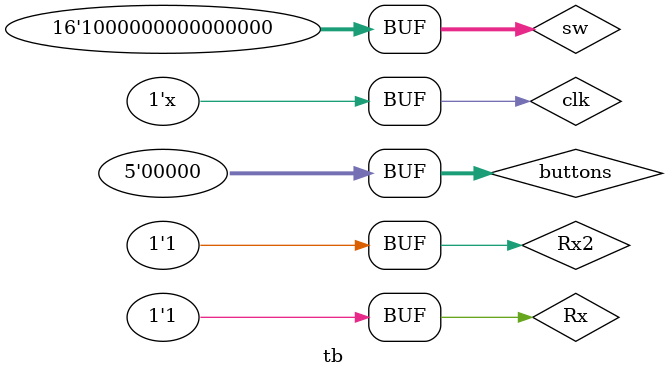
<source format=v>
/*
########################################################################
# This file is part of WRAMPsys, a Verilog implimentaion of WRAMP.
#
# Copyright (C) 2019 The University of Waikato, Hamilton, New Zealand.
#
# This program is free software: you can redistribute it and/or modify
# it under the terms of the GNU General Public License as published by
# the Free Software Foundation, either version 3 of the License, or
# (at your option) any later version.
#
# This program is distributed in the hope that it will be useful,
# but WITHOUT ANY WARRANTY; without even the implied warranty of
# MERCHANTABILITY or FITNESS FOR A PARTICULAR PURPOSE.  See the
# GNU General Public License for more details.
#
# You should have received a copy of the GNU General Public License
# along with this program.  If not, see <https://www.gnu.org/licenses/>.
########################################################################
*/

`timescale 1ns / 1ps

module tb();

    reg clk = 0;
    always #5 clk = ~clk; //100MHz
    reg [15:0] sw = 16'h8000;
    wire [15:0] led;
    reg [4:0] buttons = 0;
    wire [7:0] seg;
    wire [3:0] an;
    reg Rx = 1;
    wire Tx;
    reg Rx2 = 1;
    wire Tx2;
    
    wramp_wrapper wramp(
        clk,
        sw,
        led,
        buttons,
        seg,
        an,
        Tx,
        Rx,
        Tx2,
        Rx2
    );

endmodule

</source>
